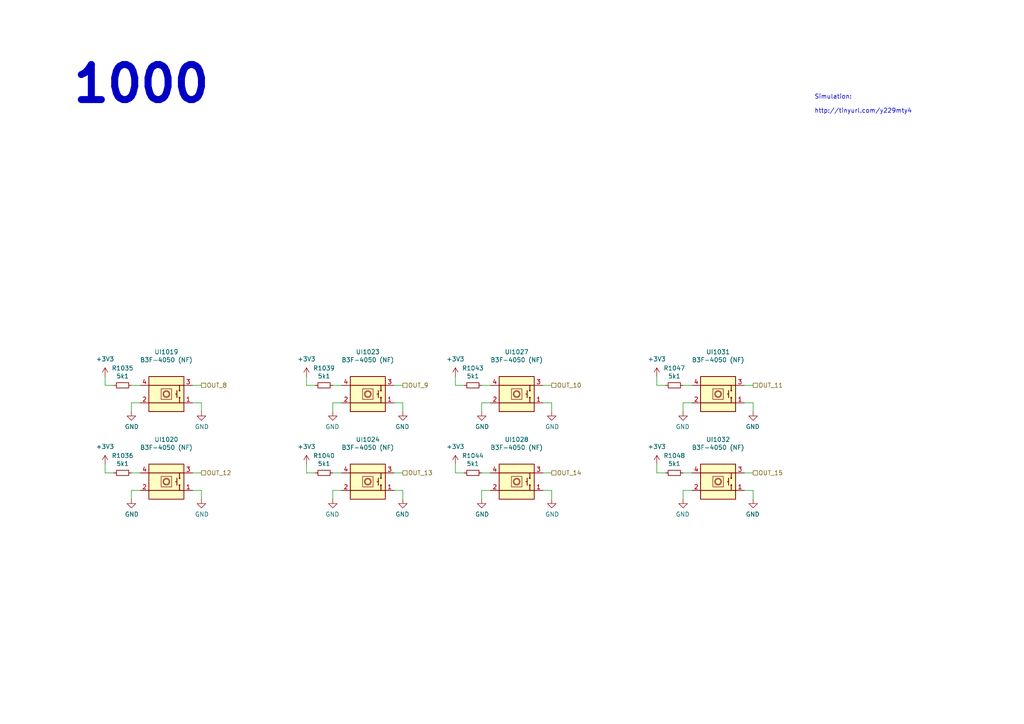
<source format=kicad_sch>
(kicad_sch (version 20230121) (generator eeschema)
  (paper "A4")
  (lib_symbols
    (symbol "power:+3V3" (power) (pin_names (offset 0))
      (property "Value" "+3V3" (at 0 3.556 0))
      (symbol "+3V3_0_1"
        (polyline (pts (xy -0.762 1.27) (xy 0 2.54)))
        (polyline (pts (xy 0 0) (xy 0 2.54)))
        (polyline (pts (xy 0 2.54) (xy 0.762 1.27)))
      )
      (symbol "+3V3_1_1"
        (pin power_in line (at 0 0 90) (length 0) hide (name "+3V3") (number "1"))
      )
    )
    (symbol "power:GND" (power) (pin_names (offset 0))
      (property "Value" "GND" (at 0 -3.81 0))
      (symbol "GND_0_1"
        (polyline (pts (xy 0 0) (xy 0 -1.27) (xy 1.27 -1.27) (xy 0 -2.54) (xy -1.27 -1.27) (xy 0 -1.27)))
      )
      (symbol "GND_1_1"
        (pin power_in line (at 0 0 270) (length 0) hide (name "GND") (number "1"))
      )
    )
    (symbol "suku_basics:RES" (pin_numbers hide) (pin_names (offset 0.254) hide)
      (property "Reference" "R" (at 0.762 0.508 0))
      (property "Value" "RES" (at 0.762 -1.016 0))
      (symbol "RES_1_1"
        (rectangle (start -0.762 1.778) (end 0.762 -1.778) (stroke (width 0.2032)))
        (pin passive line (at 0 2.54 270) (length 0.762) (name "~") (number "1"))
        (pin passive line (at 0 -2.54 90) (length 0.762) (name "~") (number "2"))
      )
    )
    (symbol "suku_basics:UI_Pushbutton_Omron" (pin_names (offset 0.254) hide)
      (property "Reference" "UI" (at 0 11.684 0))
      (property "Value" "UI_Pushbutton_Omron" (at 0 -11.684 0))
      (symbol "UI_Pushbutton_Omron_0_1"
        (rectangle (start -5.08 5.08) (end 5.08 -5.08) (stroke (width 0.254)) (fill (type background)))
        (rectangle (start -1.524 1.524) (end 1.524 -1.524))
        (polyline (pts (xy 3.048 0) (xy 2.667 0)) (stroke (width 0.254)))
        (polyline (pts (xy 3.048 1.016) (xy 3.048 -1.016)) (stroke (width 0.254)))
        (polyline (pts (xy 5.08 -2.54) (xy 3.81 -2.54) (xy 3.81 -1.016)) (stroke (width 0.254)))
        (polyline (pts (xy 5.08 2.54) (xy 3.81 2.54) (xy 3.81 1.016)) (stroke (width 0.254)))
        (circle (center 0 0) (radius 0.762))
        (circle (center 0 0) (radius 1.016))
        (circle (center 3.81 -1.016) (radius 0.127) (stroke (width 0.254)))
        (circle (center 3.81 1.016) (radius 0.127) (stroke (width 0.254)))
      )
      (symbol "UI_Pushbutton_Omron_1_1"
        (polyline (pts (xy 3.81 -2.54) (xy 3.048 -2.54) (xy -5.08 -2.54)) (stroke (width 0.254)))
        (polyline (pts (xy 3.81 2.54) (xy 3.048 2.54) (xy -5.08 2.54)) (stroke (width 0.254)))
        (pin passive line (at 7.62 -2.54 180) (length 2.54) (name "1") (number "1"))
        (pin passive line (at -7.62 -2.54 0) (length 2.54) (name "2") (number "2"))
        (pin passive line (at 7.62 2.54 180) (length 2.54) (name "3") (number "3"))
        (pin passive line (at -7.62 2.54 0) (length 2.54) (name "4") (number "4"))
        (pin no_connect line (at 0 -7.62 90) (length 2.54) hide (name "5") (number "5"))
        (pin no_connect line (at 0 7.62 270) (length 2.54) hide (name "6") (number "6"))
      )
    )
  )
  (wire (pts (xy 142.24 111.76) (xy 139.7 111.76)))
  (wire (pts (xy 116.84 116.84) (xy 114.3 116.84)))
  (wire (pts (xy 198.12 119.38) (xy 198.12 116.84)))
  (wire (pts (xy 190.5 111.76) (xy 193.04 111.76)))
  (wire (pts (xy 218.44 137.16) (xy 215.9 137.16)))
  (wire (pts (xy 99.06 111.76) (xy 96.52 111.76)))
  (wire (pts (xy 40.64 111.76) (xy 38.1 111.76)))
  (wire (pts (xy 116.84 111.76) (xy 114.3 111.76)))
  (wire (pts (xy 139.7 116.84) (xy 142.24 116.84)))
  (wire (pts (xy 58.42 116.84) (xy 55.88 116.84)))
  (wire (pts (xy 55.88 111.76) (xy 58.42 111.76)))
  (wire (pts (xy 160.02 119.38) (xy 160.02 116.84)))
  (wire (pts (xy 38.1 142.24) (xy 40.64 142.24)))
  (wire (pts (xy 38.1 144.78) (xy 38.1 142.24)))
  (wire (pts (xy 38.1 119.38) (xy 38.1 116.84)))
  (wire (pts (xy 30.48 137.16) (xy 33.02 137.16)))
  (wire (pts (xy 218.44 144.78) (xy 218.44 142.24)))
  (wire (pts (xy 88.9 137.16) (xy 88.9 134.62)))
  (wire (pts (xy 198.12 142.24) (xy 200.66 142.24)))
  (wire (pts (xy 58.42 142.24) (xy 55.88 142.24)))
  (wire (pts (xy 30.48 109.22) (xy 30.48 111.76)))
  (wire (pts (xy 160.02 116.84) (xy 157.48 116.84)))
  (wire (pts (xy 96.52 116.84) (xy 99.06 116.84)))
  (wire (pts (xy 96.52 142.24) (xy 99.06 142.24)))
  (wire (pts (xy 218.44 116.84) (xy 215.9 116.84)))
  (wire (pts (xy 38.1 116.84) (xy 40.64 116.84)))
  (wire (pts (xy 157.48 137.16) (xy 160.02 137.16)))
  (wire (pts (xy 160.02 144.78) (xy 160.02 142.24)))
  (wire (pts (xy 139.7 142.24) (xy 142.24 142.24)))
  (wire (pts (xy 40.64 137.16) (xy 38.1 137.16)))
  (wire (pts (xy 116.84 144.78) (xy 116.84 142.24)))
  (wire (pts (xy 190.5 137.16) (xy 193.04 137.16)))
  (wire (pts (xy 198.12 116.84) (xy 200.66 116.84)))
  (wire (pts (xy 116.84 137.16) (xy 114.3 137.16)))
  (wire (pts (xy 55.88 137.16) (xy 58.42 137.16)))
  (wire (pts (xy 30.48 134.62) (xy 30.48 137.16)))
  (wire (pts (xy 132.08 109.22) (xy 132.08 111.76)))
  (wire (pts (xy 218.44 111.76) (xy 215.9 111.76)))
  (wire (pts (xy 99.06 137.16) (xy 96.52 137.16)))
  (wire (pts (xy 132.08 111.76) (xy 134.62 111.76)))
  (wire (pts (xy 88.9 111.76) (xy 91.44 111.76)))
  (wire (pts (xy 30.48 111.76) (xy 33.02 111.76)))
  (wire (pts (xy 88.9 137.16) (xy 91.44 137.16)))
  (wire (pts (xy 142.24 137.16) (xy 139.7 137.16)))
  (wire (pts (xy 96.52 144.78) (xy 96.52 142.24)))
  (wire (pts (xy 58.42 144.78) (xy 58.42 142.24)))
  (wire (pts (xy 116.84 142.24) (xy 114.3 142.24)))
  (wire (pts (xy 190.5 111.76) (xy 190.5 109.22)))
  (wire (pts (xy 218.44 119.38) (xy 218.44 116.84)))
  (wire (pts (xy 190.5 137.16) (xy 190.5 134.62)))
  (wire (pts (xy 218.44 142.24) (xy 215.9 142.24)))
  (wire (pts (xy 58.42 119.38) (xy 58.42 116.84)))
  (wire (pts (xy 200.66 111.76) (xy 198.12 111.76)))
  (wire (pts (xy 116.84 119.38) (xy 116.84 116.84)))
  (wire (pts (xy 139.7 144.78) (xy 139.7 142.24)))
  (wire (pts (xy 96.52 119.38) (xy 96.52 116.84)))
  (wire (pts (xy 157.48 111.76) (xy 160.02 111.76)))
  (wire (pts (xy 198.12 144.78) (xy 198.12 142.24)))
  (wire (pts (xy 132.08 134.62) (xy 132.08 137.16)))
  (wire (pts (xy 160.02 142.24) (xy 157.48 142.24)))
  (wire (pts (xy 139.7 119.38) (xy 139.7 116.84)))
  (wire (pts (xy 132.08 137.16) (xy 134.62 137.16)))
  (wire (pts (xy 200.66 137.16) (xy 198.12 137.16)))
  (wire (pts (xy 88.9 111.76) (xy 88.9 109.22)))
  (text "1000" (at 20.32 30.48 0) (effects (font (size 10.16 10.16) (thickness 2.032) bold) (justify left bottom)))
  (text "Simulation:\n\nhttp://tinyurl.com/y229mty4" (at 236.22 33.02 0) (effects (font (size 1.27 1.27)) (justify left bottom)))
  (hierarchical_label "OUT_13" (shape passive) (at 116.84 137.16 0))
  (hierarchical_label "OUT_12" (shape passive) (at 58.42 137.16 0))
  (hierarchical_label "OUT_11" (shape passive) (at 218.44 111.76 0))
  (hierarchical_label "OUT_10" (shape passive) (at 160.02 111.76 0))
  (hierarchical_label "OUT_9" (shape passive) (at 116.84 111.76 0))
  (hierarchical_label "OUT_8" (shape passive) (at 58.42 111.76 0))
  (hierarchical_label "OUT_14" (shape passive) (at 160.02 137.16 0))
  (hierarchical_label "OUT_15" (shape passive) (at 218.44 137.16 0))
  (symbol (lib_id "suku_basics:UI_Pushbutton_Omron") (at 48.26 139.7 0) (unit 1)
    (property "Reference" "UI1020" (at 48.26 127.4826 0))
    (property "Value" "B3F-4050 (NF)" (at 48.26 129.794 0))
    (property "Footprint" "suku_basics:UI_BUTTON_OMRON" (effects hide))
  )
  (symbol (lib_id "suku_basics:UI_Pushbutton_Omron") (at 106.68 139.7 0) (unit 1)
    (property "Reference" "UI1024" (at 106.68 127.4826 0))
    (property "Value" "B3F-4050 (NF)" (at 106.68 129.794 0))
    (property "Footprint" "suku_basics:UI_BUTTON_OMRON" (effects hide))
  )
  (symbol (lib_id "suku_basics:UI_Pushbutton_Omron") (at 149.86 139.7 0) (unit 1)
    (property "Reference" "UI1028" (at 149.86 127.4826 0))
    (property "Value" "B3F-4050 (NF)" (at 149.86 129.794 0))
    (property "Footprint" "suku_basics:UI_BUTTON_OMRON" (effects hide))
  )
  (symbol (lib_id "suku_basics:UI_Pushbutton_Omron") (at 208.28 139.7 0) (unit 1)
    (property "Reference" "UI1032" (at 208.28 127.4826 0))
    (property "Value" "B3F-4050 (NF)" (at 208.28 129.794 0))
    (property "Footprint" "suku_basics:UI_BUTTON_OMRON" (effects hide))
  )
  (symbol (lib_id "power:GND") (at 38.1 144.78 0) (unit 1)
    (property "Reference" "#PWR01064" (effects hide))
    (property "Value" "GND" (at 38.227 149.1742 0))
  )
  (symbol (lib_id "power:GND") (at 58.42 144.78 0) (unit 1)
    (property "Reference" "#PWR01068" (effects hide))
    (property "Value" "GND" (at 58.547 149.1742 0))
  )
  (symbol (lib_id "suku_basics:RES") (at 35.56 137.16 270) (unit 1)
    (property "Reference" "R1036" (at 35.56 132.1816 90))
    (property "Value" "5k1" (at 35.56 134.493 90))
    (property "Footprint" "suku_basics:RES_0402" (effects hide))
  )
  (symbol (lib_id "power:GND") (at 116.84 144.78 0) (mirror y) (unit 1)
    (property "Reference" "#PWR01080" (effects hide))
    (property "Value" "GND" (at 116.713 149.1742 0))
  )
  (symbol (lib_id "power:GND") (at 96.52 144.78 0) (mirror y) (unit 1)
    (property "Reference" "#PWR01076" (effects hide))
    (property "Value" "GND" (at 96.393 149.1742 0))
  )
  (symbol (lib_id "suku_basics:RES") (at 93.98 137.16 270) (unit 1)
    (property "Reference" "R1040" (at 93.98 132.1816 90))
    (property "Value" "5k1" (at 93.98 134.493 90))
    (property "Footprint" "suku_basics:RES_0402" (effects hide))
  )
  (symbol (lib_id "power:GND") (at 139.7 144.78 0) (unit 1)
    (property "Reference" "#PWR01088" (effects hide))
    (property "Value" "GND" (at 139.827 149.1742 0))
  )
  (symbol (lib_id "power:GND") (at 160.02 144.78 0) (unit 1)
    (property "Reference" "#PWR01092" (effects hide))
    (property "Value" "GND" (at 160.147 149.1742 0))
  )
  (symbol (lib_id "suku_basics:RES") (at 137.16 137.16 270) (unit 1)
    (property "Reference" "R1044" (at 137.16 132.1816 90))
    (property "Value" "5k1" (at 137.16 134.493 90))
    (property "Footprint" "suku_basics:RES_0402" (effects hide))
  )
  (symbol (lib_id "power:GND") (at 218.44 144.78 0) (mirror y) (unit 1)
    (property "Reference" "#PWR01104" (effects hide))
    (property "Value" "GND" (at 218.313 149.1742 0))
  )
  (symbol (lib_id "power:GND") (at 198.12 144.78 0) (mirror y) (unit 1)
    (property "Reference" "#PWR01100" (effects hide))
    (property "Value" "GND" (at 197.993 149.1742 0))
  )
  (symbol (lib_id "suku_basics:RES") (at 195.58 137.16 270) (unit 1)
    (property "Reference" "R1048" (at 195.58 132.1816 90))
    (property "Value" "5k1" (at 195.58 134.493 90))
    (property "Footprint" "suku_basics:RES_0402" (effects hide))
  )
  (symbol (lib_id "power:+3V3") (at 132.08 109.22 0) (unit 1)
    (property "Reference" "#PWR01083" (effects hide))
    (property "Value" "+3V3" (at 132.08 104.14 0))
  )
  (symbol (lib_id "power:GND") (at 96.52 119.38 0) (mirror y) (unit 1)
    (property "Reference" "#PWR01075" (effects hide))
    (property "Value" "GND" (at 96.393 123.7742 0))
  )
  (symbol (lib_id "power:+3V3") (at 190.5 109.22 0) (mirror y) (unit 1)
    (property "Reference" "#PWR01095" (effects hide))
    (property "Value" "+3V3" (at 190.5 104.14 0))
  )
  (symbol (lib_id "power:+3V3") (at 30.48 134.62 0) (unit 1)
    (property "Reference" "#PWR01060" (effects hide))
    (property "Value" "+3V3" (at 30.48 129.54 0))
  )
  (symbol (lib_id "power:+3V3") (at 132.08 134.62 0) (unit 1)
    (property "Reference" "#PWR01084" (effects hide))
    (property "Value" "+3V3" (at 132.08 129.54 0))
  )
  (symbol (lib_id "power:GND") (at 38.1 119.38 0) (unit 1)
    (property "Reference" "#PWR01063" (effects hide))
    (property "Value" "GND" (at 38.227 123.7742 0))
  )
  (symbol (lib_id "suku_basics:UI_Pushbutton_Omron") (at 149.86 114.3 0) (unit 1)
    (property "Reference" "UI1027" (at 149.86 102.0826 0))
    (property "Value" "B3F-4050 (NF)" (at 149.86 104.394 0))
    (property "Footprint" "suku_basics:UI_BUTTON_OMRON" (effects hide))
  )
  (symbol (lib_id "suku_basics:UI_Pushbutton_Omron") (at 106.68 114.3 0) (unit 1)
    (property "Reference" "UI1023" (at 106.68 102.0826 0))
    (property "Value" "B3F-4050 (NF)" (at 106.68 104.394 0))
    (property "Footprint" "suku_basics:UI_BUTTON_OMRON" (effects hide))
  )
  (symbol (lib_id "power:GND") (at 58.42 119.38 0) (unit 1)
    (property "Reference" "#PWR01067" (effects hide))
    (property "Value" "GND" (at 58.547 123.7742 0))
  )
  (symbol (lib_id "power:GND") (at 139.7 119.38 0) (unit 1)
    (property "Reference" "#PWR01087" (effects hide))
    (property "Value" "GND" (at 139.827 123.7742 0))
  )
  (symbol (lib_id "power:GND") (at 198.12 119.38 0) (mirror y) (unit 1)
    (property "Reference" "#PWR01099" (effects hide))
    (property "Value" "GND" (at 197.993 123.7742 0))
  )
  (symbol (lib_id "power:+3V3") (at 88.9 134.62 0) (mirror y) (unit 1)
    (property "Reference" "#PWR01072" (effects hide))
    (property "Value" "+3V3" (at 88.9 129.54 0))
  )
  (symbol (lib_id "power:+3V3") (at 190.5 134.62 0) (mirror y) (unit 1)
    (property "Reference" "#PWR01096" (effects hide))
    (property "Value" "+3V3" (at 190.5 129.54 0))
  )
  (symbol (lib_id "suku_basics:UI_Pushbutton_Omron") (at 48.26 114.3 0) (unit 1)
    (property "Reference" "UI1019" (at 48.26 102.0826 0))
    (property "Value" "B3F-4050 (NF)" (at 48.26 104.394 0))
    (property "Footprint" "suku_basics:UI_BUTTON_OMRON" (effects hide))
  )
  (symbol (lib_id "power:+3V3") (at 30.48 109.22 0) (unit 1)
    (property "Reference" "#PWR01059" (effects hide))
    (property "Value" "+3V3" (at 30.48 104.14 0))
  )
  (symbol (lib_id "power:+3V3") (at 88.9 109.22 0) (mirror y) (unit 1)
    (property "Reference" "#PWR01071" (effects hide))
    (property "Value" "+3V3" (at 88.9 104.14 0))
  )
  (symbol (lib_id "suku_basics:UI_Pushbutton_Omron") (at 208.28 114.3 0) (unit 1)
    (property "Reference" "UI1031" (at 208.28 102.0826 0))
    (property "Value" "B3F-4050 (NF)" (at 208.28 104.394 0))
    (property "Footprint" "suku_basics:UI_BUTTON_OMRON" (effects hide))
  )
  (symbol (lib_id "suku_basics:RES") (at 195.58 111.76 270) (unit 1)
    (property "Reference" "R1047" (at 195.58 106.7816 90))
    (property "Value" "5k1" (at 195.58 109.093 90))
    (property "Footprint" "suku_basics:RES_0402" (effects hide))
  )
  (symbol (lib_id "power:GND") (at 218.44 119.38 0) (mirror y) (unit 1)
    (property "Reference" "#PWR01103" (effects hide))
    (property "Value" "GND" (at 218.313 123.7742 0))
  )
  (symbol (lib_id "power:GND") (at 116.84 119.38 0) (mirror y) (unit 1)
    (property "Reference" "#PWR01079" (effects hide))
    (property "Value" "GND" (at 116.713 123.7742 0))
  )
  (symbol (lib_id "suku_basics:RES") (at 93.98 111.76 270) (unit 1)
    (property "Reference" "R1039" (at 93.98 106.7816 90))
    (property "Value" "5k1" (at 93.98 109.093 90))
    (property "Footprint" "suku_basics:RES_0402" (effects hide))
  )
  (symbol (lib_id "suku_basics:RES") (at 137.16 111.76 270) (unit 1)
    (property "Reference" "R1043" (at 137.16 106.7816 90))
    (property "Value" "5k1" (at 137.16 109.093 90))
    (property "Footprint" "suku_basics:RES_0402" (effects hide))
  )
  (symbol (lib_id "suku_basics:RES") (at 35.56 111.76 270) (unit 1)
    (property "Reference" "R1035" (at 35.56 106.7816 90))
    (property "Value" "5k1" (at 35.56 109.093 90))
    (property "Footprint" "suku_basics:RES_0402" (effects hide))
  )
  (symbol (lib_id "power:GND") (at 160.02 119.38 0) (unit 1)
    (property "Reference" "#PWR01091" (effects hide))
    (property "Value" "GND" (at 160.147 123.7742 0))
  )
)
</source>
